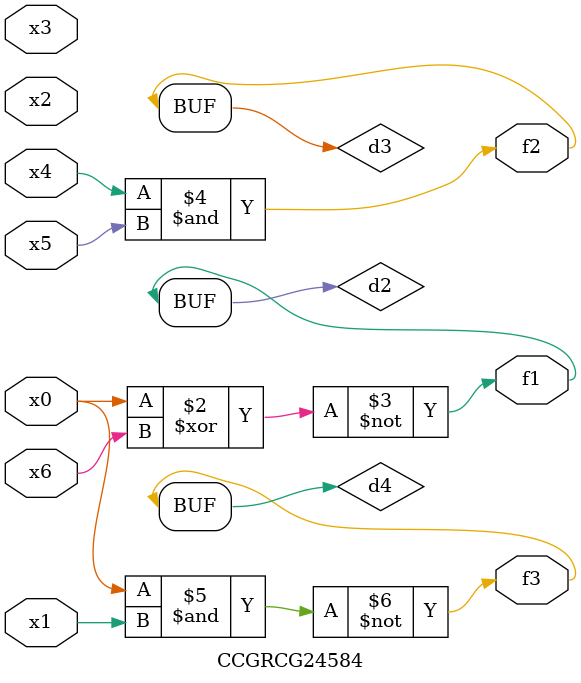
<source format=v>
module CCGRCG24584(
	input x0, x1, x2, x3, x4, x5, x6,
	output f1, f2, f3
);

	wire d1, d2, d3, d4;

	nor (d1, x0);
	xnor (d2, x0, x6);
	and (d3, x4, x5);
	nand (d4, x0, x1);
	assign f1 = d2;
	assign f2 = d3;
	assign f3 = d4;
endmodule

</source>
